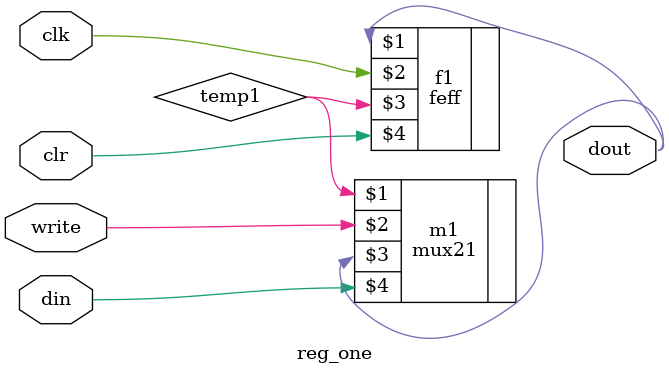
<source format=v>
`timescale 1ns / 1ps
module reg_one(dout, din, write, clr, clk);
		output dout;
		input din, write, clr, clk;
		wire temp1;
		
		feff f1(dout, clk, temp1, clr);
		mux21 m1(temp1, write, dout, din);
		


endmodule

</source>
